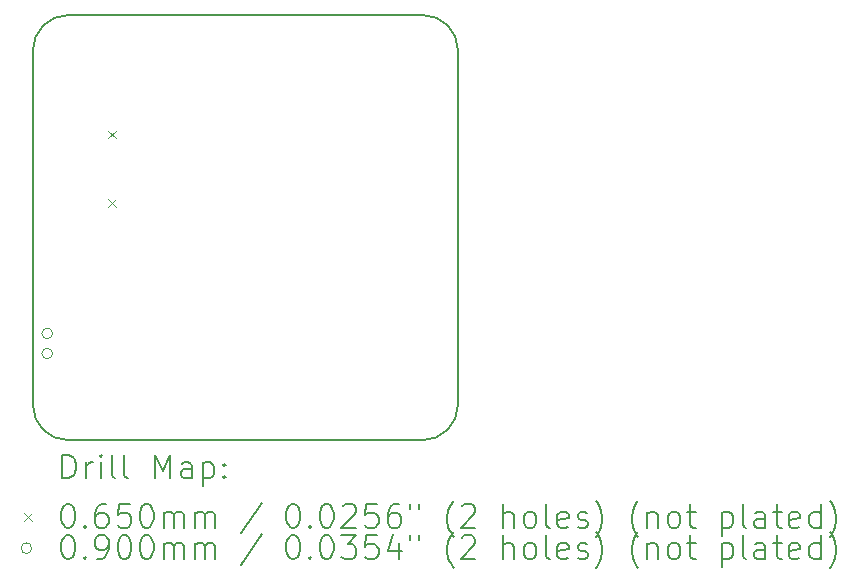
<source format=gbr>
%TF.GenerationSoftware,KiCad,Pcbnew,7.0.9*%
%TF.CreationDate,2023-11-16T22:51:06+08:00*%
%TF.ProjectId,NewSkyF7-Air,4e657753-6b79-4463-972d-4169722e6b69,rev?*%
%TF.SameCoordinates,Original*%
%TF.FileFunction,Drillmap*%
%TF.FilePolarity,Positive*%
%FSLAX45Y45*%
G04 Gerber Fmt 4.5, Leading zero omitted, Abs format (unit mm)*
G04 Created by KiCad (PCBNEW 7.0.9) date 2023-11-16 22:51:06*
%MOMM*%
%LPD*%
G01*
G04 APERTURE LIST*
%ADD10C,0.200000*%
%ADD11C,0.100000*%
G04 APERTURE END LIST*
D10*
X13679872Y-6610868D02*
G75*
G03*
X13379868Y-6310868I-300002J-2D01*
G01*
X13379868Y-9910868D02*
G75*
G03*
X13679868Y-9610868I2J299998D01*
G01*
X10379868Y-6310868D02*
X13379868Y-6310868D01*
X10379868Y-6310868D02*
G75*
G03*
X10079868Y-6610868I2J-300002D01*
G01*
X10379868Y-9910868D02*
X13379868Y-9910868D01*
X10079872Y-9610868D02*
G75*
G03*
X10379868Y-9910868I299998J-2D01*
G01*
X13679868Y-9610868D02*
X13679868Y-6610868D01*
X10079868Y-9610868D02*
X10079868Y-6610868D01*
D11*
X10718500Y-7291325D02*
X10783500Y-7356325D01*
X10783500Y-7291325D02*
X10718500Y-7356325D01*
X10718500Y-7869325D02*
X10783500Y-7934325D01*
X10783500Y-7869325D02*
X10718500Y-7934325D01*
X10246000Y-9007000D02*
G75*
G03*
X10246000Y-9007000I-45000J0D01*
G01*
X10246000Y-9177000D02*
G75*
G03*
X10246000Y-9177000I-45000J0D01*
G01*
D10*
X10330645Y-10232352D02*
X10330645Y-10032352D01*
X10330645Y-10032352D02*
X10378264Y-10032352D01*
X10378264Y-10032352D02*
X10406835Y-10041876D01*
X10406835Y-10041876D02*
X10425883Y-10060923D01*
X10425883Y-10060923D02*
X10435407Y-10079971D01*
X10435407Y-10079971D02*
X10444931Y-10118066D01*
X10444931Y-10118066D02*
X10444931Y-10146638D01*
X10444931Y-10146638D02*
X10435407Y-10184733D01*
X10435407Y-10184733D02*
X10425883Y-10203780D01*
X10425883Y-10203780D02*
X10406835Y-10222828D01*
X10406835Y-10222828D02*
X10378264Y-10232352D01*
X10378264Y-10232352D02*
X10330645Y-10232352D01*
X10530645Y-10232352D02*
X10530645Y-10099018D01*
X10530645Y-10137114D02*
X10540169Y-10118066D01*
X10540169Y-10118066D02*
X10549692Y-10108542D01*
X10549692Y-10108542D02*
X10568740Y-10099018D01*
X10568740Y-10099018D02*
X10587788Y-10099018D01*
X10654454Y-10232352D02*
X10654454Y-10099018D01*
X10654454Y-10032352D02*
X10644931Y-10041876D01*
X10644931Y-10041876D02*
X10654454Y-10051399D01*
X10654454Y-10051399D02*
X10663978Y-10041876D01*
X10663978Y-10041876D02*
X10654454Y-10032352D01*
X10654454Y-10032352D02*
X10654454Y-10051399D01*
X10778264Y-10232352D02*
X10759216Y-10222828D01*
X10759216Y-10222828D02*
X10749692Y-10203780D01*
X10749692Y-10203780D02*
X10749692Y-10032352D01*
X10883026Y-10232352D02*
X10863978Y-10222828D01*
X10863978Y-10222828D02*
X10854454Y-10203780D01*
X10854454Y-10203780D02*
X10854454Y-10032352D01*
X11111597Y-10232352D02*
X11111597Y-10032352D01*
X11111597Y-10032352D02*
X11178264Y-10175209D01*
X11178264Y-10175209D02*
X11244930Y-10032352D01*
X11244930Y-10032352D02*
X11244930Y-10232352D01*
X11425883Y-10232352D02*
X11425883Y-10127590D01*
X11425883Y-10127590D02*
X11416359Y-10108542D01*
X11416359Y-10108542D02*
X11397311Y-10099018D01*
X11397311Y-10099018D02*
X11359216Y-10099018D01*
X11359216Y-10099018D02*
X11340169Y-10108542D01*
X11425883Y-10222828D02*
X11406835Y-10232352D01*
X11406835Y-10232352D02*
X11359216Y-10232352D01*
X11359216Y-10232352D02*
X11340169Y-10222828D01*
X11340169Y-10222828D02*
X11330645Y-10203780D01*
X11330645Y-10203780D02*
X11330645Y-10184733D01*
X11330645Y-10184733D02*
X11340169Y-10165685D01*
X11340169Y-10165685D02*
X11359216Y-10156161D01*
X11359216Y-10156161D02*
X11406835Y-10156161D01*
X11406835Y-10156161D02*
X11425883Y-10146638D01*
X11521121Y-10099018D02*
X11521121Y-10299018D01*
X11521121Y-10108542D02*
X11540169Y-10099018D01*
X11540169Y-10099018D02*
X11578264Y-10099018D01*
X11578264Y-10099018D02*
X11597311Y-10108542D01*
X11597311Y-10108542D02*
X11606835Y-10118066D01*
X11606835Y-10118066D02*
X11616359Y-10137114D01*
X11616359Y-10137114D02*
X11616359Y-10194257D01*
X11616359Y-10194257D02*
X11606835Y-10213304D01*
X11606835Y-10213304D02*
X11597311Y-10222828D01*
X11597311Y-10222828D02*
X11578264Y-10232352D01*
X11578264Y-10232352D02*
X11540169Y-10232352D01*
X11540169Y-10232352D02*
X11521121Y-10222828D01*
X11702073Y-10213304D02*
X11711597Y-10222828D01*
X11711597Y-10222828D02*
X11702073Y-10232352D01*
X11702073Y-10232352D02*
X11692550Y-10222828D01*
X11692550Y-10222828D02*
X11702073Y-10213304D01*
X11702073Y-10213304D02*
X11702073Y-10232352D01*
X11702073Y-10108542D02*
X11711597Y-10118066D01*
X11711597Y-10118066D02*
X11702073Y-10127590D01*
X11702073Y-10127590D02*
X11692550Y-10118066D01*
X11692550Y-10118066D02*
X11702073Y-10108542D01*
X11702073Y-10108542D02*
X11702073Y-10127590D01*
D11*
X10004868Y-10528368D02*
X10069868Y-10593368D01*
X10069868Y-10528368D02*
X10004868Y-10593368D01*
D10*
X10368740Y-10452352D02*
X10387788Y-10452352D01*
X10387788Y-10452352D02*
X10406835Y-10461876D01*
X10406835Y-10461876D02*
X10416359Y-10471399D01*
X10416359Y-10471399D02*
X10425883Y-10490447D01*
X10425883Y-10490447D02*
X10435407Y-10528542D01*
X10435407Y-10528542D02*
X10435407Y-10576161D01*
X10435407Y-10576161D02*
X10425883Y-10614257D01*
X10425883Y-10614257D02*
X10416359Y-10633304D01*
X10416359Y-10633304D02*
X10406835Y-10642828D01*
X10406835Y-10642828D02*
X10387788Y-10652352D01*
X10387788Y-10652352D02*
X10368740Y-10652352D01*
X10368740Y-10652352D02*
X10349692Y-10642828D01*
X10349692Y-10642828D02*
X10340169Y-10633304D01*
X10340169Y-10633304D02*
X10330645Y-10614257D01*
X10330645Y-10614257D02*
X10321121Y-10576161D01*
X10321121Y-10576161D02*
X10321121Y-10528542D01*
X10321121Y-10528542D02*
X10330645Y-10490447D01*
X10330645Y-10490447D02*
X10340169Y-10471399D01*
X10340169Y-10471399D02*
X10349692Y-10461876D01*
X10349692Y-10461876D02*
X10368740Y-10452352D01*
X10521121Y-10633304D02*
X10530645Y-10642828D01*
X10530645Y-10642828D02*
X10521121Y-10652352D01*
X10521121Y-10652352D02*
X10511597Y-10642828D01*
X10511597Y-10642828D02*
X10521121Y-10633304D01*
X10521121Y-10633304D02*
X10521121Y-10652352D01*
X10702073Y-10452352D02*
X10663978Y-10452352D01*
X10663978Y-10452352D02*
X10644931Y-10461876D01*
X10644931Y-10461876D02*
X10635407Y-10471399D01*
X10635407Y-10471399D02*
X10616359Y-10499971D01*
X10616359Y-10499971D02*
X10606835Y-10538066D01*
X10606835Y-10538066D02*
X10606835Y-10614257D01*
X10606835Y-10614257D02*
X10616359Y-10633304D01*
X10616359Y-10633304D02*
X10625883Y-10642828D01*
X10625883Y-10642828D02*
X10644931Y-10652352D01*
X10644931Y-10652352D02*
X10683026Y-10652352D01*
X10683026Y-10652352D02*
X10702073Y-10642828D01*
X10702073Y-10642828D02*
X10711597Y-10633304D01*
X10711597Y-10633304D02*
X10721121Y-10614257D01*
X10721121Y-10614257D02*
X10721121Y-10566638D01*
X10721121Y-10566638D02*
X10711597Y-10547590D01*
X10711597Y-10547590D02*
X10702073Y-10538066D01*
X10702073Y-10538066D02*
X10683026Y-10528542D01*
X10683026Y-10528542D02*
X10644931Y-10528542D01*
X10644931Y-10528542D02*
X10625883Y-10538066D01*
X10625883Y-10538066D02*
X10616359Y-10547590D01*
X10616359Y-10547590D02*
X10606835Y-10566638D01*
X10902073Y-10452352D02*
X10806835Y-10452352D01*
X10806835Y-10452352D02*
X10797312Y-10547590D01*
X10797312Y-10547590D02*
X10806835Y-10538066D01*
X10806835Y-10538066D02*
X10825883Y-10528542D01*
X10825883Y-10528542D02*
X10873502Y-10528542D01*
X10873502Y-10528542D02*
X10892550Y-10538066D01*
X10892550Y-10538066D02*
X10902073Y-10547590D01*
X10902073Y-10547590D02*
X10911597Y-10566638D01*
X10911597Y-10566638D02*
X10911597Y-10614257D01*
X10911597Y-10614257D02*
X10902073Y-10633304D01*
X10902073Y-10633304D02*
X10892550Y-10642828D01*
X10892550Y-10642828D02*
X10873502Y-10652352D01*
X10873502Y-10652352D02*
X10825883Y-10652352D01*
X10825883Y-10652352D02*
X10806835Y-10642828D01*
X10806835Y-10642828D02*
X10797312Y-10633304D01*
X11035407Y-10452352D02*
X11054454Y-10452352D01*
X11054454Y-10452352D02*
X11073502Y-10461876D01*
X11073502Y-10461876D02*
X11083026Y-10471399D01*
X11083026Y-10471399D02*
X11092550Y-10490447D01*
X11092550Y-10490447D02*
X11102073Y-10528542D01*
X11102073Y-10528542D02*
X11102073Y-10576161D01*
X11102073Y-10576161D02*
X11092550Y-10614257D01*
X11092550Y-10614257D02*
X11083026Y-10633304D01*
X11083026Y-10633304D02*
X11073502Y-10642828D01*
X11073502Y-10642828D02*
X11054454Y-10652352D01*
X11054454Y-10652352D02*
X11035407Y-10652352D01*
X11035407Y-10652352D02*
X11016359Y-10642828D01*
X11016359Y-10642828D02*
X11006835Y-10633304D01*
X11006835Y-10633304D02*
X10997312Y-10614257D01*
X10997312Y-10614257D02*
X10987788Y-10576161D01*
X10987788Y-10576161D02*
X10987788Y-10528542D01*
X10987788Y-10528542D02*
X10997312Y-10490447D01*
X10997312Y-10490447D02*
X11006835Y-10471399D01*
X11006835Y-10471399D02*
X11016359Y-10461876D01*
X11016359Y-10461876D02*
X11035407Y-10452352D01*
X11187788Y-10652352D02*
X11187788Y-10519018D01*
X11187788Y-10538066D02*
X11197311Y-10528542D01*
X11197311Y-10528542D02*
X11216359Y-10519018D01*
X11216359Y-10519018D02*
X11244931Y-10519018D01*
X11244931Y-10519018D02*
X11263978Y-10528542D01*
X11263978Y-10528542D02*
X11273502Y-10547590D01*
X11273502Y-10547590D02*
X11273502Y-10652352D01*
X11273502Y-10547590D02*
X11283026Y-10528542D01*
X11283026Y-10528542D02*
X11302073Y-10519018D01*
X11302073Y-10519018D02*
X11330645Y-10519018D01*
X11330645Y-10519018D02*
X11349692Y-10528542D01*
X11349692Y-10528542D02*
X11359216Y-10547590D01*
X11359216Y-10547590D02*
X11359216Y-10652352D01*
X11454454Y-10652352D02*
X11454454Y-10519018D01*
X11454454Y-10538066D02*
X11463978Y-10528542D01*
X11463978Y-10528542D02*
X11483026Y-10519018D01*
X11483026Y-10519018D02*
X11511597Y-10519018D01*
X11511597Y-10519018D02*
X11530645Y-10528542D01*
X11530645Y-10528542D02*
X11540169Y-10547590D01*
X11540169Y-10547590D02*
X11540169Y-10652352D01*
X11540169Y-10547590D02*
X11549692Y-10528542D01*
X11549692Y-10528542D02*
X11568740Y-10519018D01*
X11568740Y-10519018D02*
X11597311Y-10519018D01*
X11597311Y-10519018D02*
X11616359Y-10528542D01*
X11616359Y-10528542D02*
X11625883Y-10547590D01*
X11625883Y-10547590D02*
X11625883Y-10652352D01*
X12016359Y-10442828D02*
X11844931Y-10699971D01*
X12273502Y-10452352D02*
X12292550Y-10452352D01*
X12292550Y-10452352D02*
X12311597Y-10461876D01*
X12311597Y-10461876D02*
X12321121Y-10471399D01*
X12321121Y-10471399D02*
X12330645Y-10490447D01*
X12330645Y-10490447D02*
X12340169Y-10528542D01*
X12340169Y-10528542D02*
X12340169Y-10576161D01*
X12340169Y-10576161D02*
X12330645Y-10614257D01*
X12330645Y-10614257D02*
X12321121Y-10633304D01*
X12321121Y-10633304D02*
X12311597Y-10642828D01*
X12311597Y-10642828D02*
X12292550Y-10652352D01*
X12292550Y-10652352D02*
X12273502Y-10652352D01*
X12273502Y-10652352D02*
X12254454Y-10642828D01*
X12254454Y-10642828D02*
X12244931Y-10633304D01*
X12244931Y-10633304D02*
X12235407Y-10614257D01*
X12235407Y-10614257D02*
X12225883Y-10576161D01*
X12225883Y-10576161D02*
X12225883Y-10528542D01*
X12225883Y-10528542D02*
X12235407Y-10490447D01*
X12235407Y-10490447D02*
X12244931Y-10471399D01*
X12244931Y-10471399D02*
X12254454Y-10461876D01*
X12254454Y-10461876D02*
X12273502Y-10452352D01*
X12425883Y-10633304D02*
X12435407Y-10642828D01*
X12435407Y-10642828D02*
X12425883Y-10652352D01*
X12425883Y-10652352D02*
X12416359Y-10642828D01*
X12416359Y-10642828D02*
X12425883Y-10633304D01*
X12425883Y-10633304D02*
X12425883Y-10652352D01*
X12559216Y-10452352D02*
X12578264Y-10452352D01*
X12578264Y-10452352D02*
X12597312Y-10461876D01*
X12597312Y-10461876D02*
X12606835Y-10471399D01*
X12606835Y-10471399D02*
X12616359Y-10490447D01*
X12616359Y-10490447D02*
X12625883Y-10528542D01*
X12625883Y-10528542D02*
X12625883Y-10576161D01*
X12625883Y-10576161D02*
X12616359Y-10614257D01*
X12616359Y-10614257D02*
X12606835Y-10633304D01*
X12606835Y-10633304D02*
X12597312Y-10642828D01*
X12597312Y-10642828D02*
X12578264Y-10652352D01*
X12578264Y-10652352D02*
X12559216Y-10652352D01*
X12559216Y-10652352D02*
X12540169Y-10642828D01*
X12540169Y-10642828D02*
X12530645Y-10633304D01*
X12530645Y-10633304D02*
X12521121Y-10614257D01*
X12521121Y-10614257D02*
X12511597Y-10576161D01*
X12511597Y-10576161D02*
X12511597Y-10528542D01*
X12511597Y-10528542D02*
X12521121Y-10490447D01*
X12521121Y-10490447D02*
X12530645Y-10471399D01*
X12530645Y-10471399D02*
X12540169Y-10461876D01*
X12540169Y-10461876D02*
X12559216Y-10452352D01*
X12702074Y-10471399D02*
X12711597Y-10461876D01*
X12711597Y-10461876D02*
X12730645Y-10452352D01*
X12730645Y-10452352D02*
X12778264Y-10452352D01*
X12778264Y-10452352D02*
X12797312Y-10461876D01*
X12797312Y-10461876D02*
X12806835Y-10471399D01*
X12806835Y-10471399D02*
X12816359Y-10490447D01*
X12816359Y-10490447D02*
X12816359Y-10509495D01*
X12816359Y-10509495D02*
X12806835Y-10538066D01*
X12806835Y-10538066D02*
X12692550Y-10652352D01*
X12692550Y-10652352D02*
X12816359Y-10652352D01*
X12997312Y-10452352D02*
X12902074Y-10452352D01*
X12902074Y-10452352D02*
X12892550Y-10547590D01*
X12892550Y-10547590D02*
X12902074Y-10538066D01*
X12902074Y-10538066D02*
X12921121Y-10528542D01*
X12921121Y-10528542D02*
X12968740Y-10528542D01*
X12968740Y-10528542D02*
X12987788Y-10538066D01*
X12987788Y-10538066D02*
X12997312Y-10547590D01*
X12997312Y-10547590D02*
X13006835Y-10566638D01*
X13006835Y-10566638D02*
X13006835Y-10614257D01*
X13006835Y-10614257D02*
X12997312Y-10633304D01*
X12997312Y-10633304D02*
X12987788Y-10642828D01*
X12987788Y-10642828D02*
X12968740Y-10652352D01*
X12968740Y-10652352D02*
X12921121Y-10652352D01*
X12921121Y-10652352D02*
X12902074Y-10642828D01*
X12902074Y-10642828D02*
X12892550Y-10633304D01*
X13178264Y-10452352D02*
X13140169Y-10452352D01*
X13140169Y-10452352D02*
X13121121Y-10461876D01*
X13121121Y-10461876D02*
X13111597Y-10471399D01*
X13111597Y-10471399D02*
X13092550Y-10499971D01*
X13092550Y-10499971D02*
X13083026Y-10538066D01*
X13083026Y-10538066D02*
X13083026Y-10614257D01*
X13083026Y-10614257D02*
X13092550Y-10633304D01*
X13092550Y-10633304D02*
X13102074Y-10642828D01*
X13102074Y-10642828D02*
X13121121Y-10652352D01*
X13121121Y-10652352D02*
X13159216Y-10652352D01*
X13159216Y-10652352D02*
X13178264Y-10642828D01*
X13178264Y-10642828D02*
X13187788Y-10633304D01*
X13187788Y-10633304D02*
X13197312Y-10614257D01*
X13197312Y-10614257D02*
X13197312Y-10566638D01*
X13197312Y-10566638D02*
X13187788Y-10547590D01*
X13187788Y-10547590D02*
X13178264Y-10538066D01*
X13178264Y-10538066D02*
X13159216Y-10528542D01*
X13159216Y-10528542D02*
X13121121Y-10528542D01*
X13121121Y-10528542D02*
X13102074Y-10538066D01*
X13102074Y-10538066D02*
X13092550Y-10547590D01*
X13092550Y-10547590D02*
X13083026Y-10566638D01*
X13273502Y-10452352D02*
X13273502Y-10490447D01*
X13349693Y-10452352D02*
X13349693Y-10490447D01*
X13644931Y-10728542D02*
X13635407Y-10719018D01*
X13635407Y-10719018D02*
X13616359Y-10690447D01*
X13616359Y-10690447D02*
X13606836Y-10671399D01*
X13606836Y-10671399D02*
X13597312Y-10642828D01*
X13597312Y-10642828D02*
X13587788Y-10595209D01*
X13587788Y-10595209D02*
X13587788Y-10557114D01*
X13587788Y-10557114D02*
X13597312Y-10509495D01*
X13597312Y-10509495D02*
X13606836Y-10480923D01*
X13606836Y-10480923D02*
X13616359Y-10461876D01*
X13616359Y-10461876D02*
X13635407Y-10433304D01*
X13635407Y-10433304D02*
X13644931Y-10423780D01*
X13711597Y-10471399D02*
X13721121Y-10461876D01*
X13721121Y-10461876D02*
X13740169Y-10452352D01*
X13740169Y-10452352D02*
X13787788Y-10452352D01*
X13787788Y-10452352D02*
X13806836Y-10461876D01*
X13806836Y-10461876D02*
X13816359Y-10471399D01*
X13816359Y-10471399D02*
X13825883Y-10490447D01*
X13825883Y-10490447D02*
X13825883Y-10509495D01*
X13825883Y-10509495D02*
X13816359Y-10538066D01*
X13816359Y-10538066D02*
X13702074Y-10652352D01*
X13702074Y-10652352D02*
X13825883Y-10652352D01*
X14063978Y-10652352D02*
X14063978Y-10452352D01*
X14149693Y-10652352D02*
X14149693Y-10547590D01*
X14149693Y-10547590D02*
X14140169Y-10528542D01*
X14140169Y-10528542D02*
X14121121Y-10519018D01*
X14121121Y-10519018D02*
X14092550Y-10519018D01*
X14092550Y-10519018D02*
X14073502Y-10528542D01*
X14073502Y-10528542D02*
X14063978Y-10538066D01*
X14273502Y-10652352D02*
X14254455Y-10642828D01*
X14254455Y-10642828D02*
X14244931Y-10633304D01*
X14244931Y-10633304D02*
X14235407Y-10614257D01*
X14235407Y-10614257D02*
X14235407Y-10557114D01*
X14235407Y-10557114D02*
X14244931Y-10538066D01*
X14244931Y-10538066D02*
X14254455Y-10528542D01*
X14254455Y-10528542D02*
X14273502Y-10519018D01*
X14273502Y-10519018D02*
X14302074Y-10519018D01*
X14302074Y-10519018D02*
X14321121Y-10528542D01*
X14321121Y-10528542D02*
X14330645Y-10538066D01*
X14330645Y-10538066D02*
X14340169Y-10557114D01*
X14340169Y-10557114D02*
X14340169Y-10614257D01*
X14340169Y-10614257D02*
X14330645Y-10633304D01*
X14330645Y-10633304D02*
X14321121Y-10642828D01*
X14321121Y-10642828D02*
X14302074Y-10652352D01*
X14302074Y-10652352D02*
X14273502Y-10652352D01*
X14454455Y-10652352D02*
X14435407Y-10642828D01*
X14435407Y-10642828D02*
X14425883Y-10623780D01*
X14425883Y-10623780D02*
X14425883Y-10452352D01*
X14606836Y-10642828D02*
X14587788Y-10652352D01*
X14587788Y-10652352D02*
X14549693Y-10652352D01*
X14549693Y-10652352D02*
X14530645Y-10642828D01*
X14530645Y-10642828D02*
X14521121Y-10623780D01*
X14521121Y-10623780D02*
X14521121Y-10547590D01*
X14521121Y-10547590D02*
X14530645Y-10528542D01*
X14530645Y-10528542D02*
X14549693Y-10519018D01*
X14549693Y-10519018D02*
X14587788Y-10519018D01*
X14587788Y-10519018D02*
X14606836Y-10528542D01*
X14606836Y-10528542D02*
X14616359Y-10547590D01*
X14616359Y-10547590D02*
X14616359Y-10566638D01*
X14616359Y-10566638D02*
X14521121Y-10585685D01*
X14692550Y-10642828D02*
X14711598Y-10652352D01*
X14711598Y-10652352D02*
X14749693Y-10652352D01*
X14749693Y-10652352D02*
X14768740Y-10642828D01*
X14768740Y-10642828D02*
X14778264Y-10623780D01*
X14778264Y-10623780D02*
X14778264Y-10614257D01*
X14778264Y-10614257D02*
X14768740Y-10595209D01*
X14768740Y-10595209D02*
X14749693Y-10585685D01*
X14749693Y-10585685D02*
X14721121Y-10585685D01*
X14721121Y-10585685D02*
X14702074Y-10576161D01*
X14702074Y-10576161D02*
X14692550Y-10557114D01*
X14692550Y-10557114D02*
X14692550Y-10547590D01*
X14692550Y-10547590D02*
X14702074Y-10528542D01*
X14702074Y-10528542D02*
X14721121Y-10519018D01*
X14721121Y-10519018D02*
X14749693Y-10519018D01*
X14749693Y-10519018D02*
X14768740Y-10528542D01*
X14844931Y-10728542D02*
X14854455Y-10719018D01*
X14854455Y-10719018D02*
X14873502Y-10690447D01*
X14873502Y-10690447D02*
X14883026Y-10671399D01*
X14883026Y-10671399D02*
X14892550Y-10642828D01*
X14892550Y-10642828D02*
X14902074Y-10595209D01*
X14902074Y-10595209D02*
X14902074Y-10557114D01*
X14902074Y-10557114D02*
X14892550Y-10509495D01*
X14892550Y-10509495D02*
X14883026Y-10480923D01*
X14883026Y-10480923D02*
X14873502Y-10461876D01*
X14873502Y-10461876D02*
X14854455Y-10433304D01*
X14854455Y-10433304D02*
X14844931Y-10423780D01*
X15206836Y-10728542D02*
X15197312Y-10719018D01*
X15197312Y-10719018D02*
X15178264Y-10690447D01*
X15178264Y-10690447D02*
X15168740Y-10671399D01*
X15168740Y-10671399D02*
X15159217Y-10642828D01*
X15159217Y-10642828D02*
X15149693Y-10595209D01*
X15149693Y-10595209D02*
X15149693Y-10557114D01*
X15149693Y-10557114D02*
X15159217Y-10509495D01*
X15159217Y-10509495D02*
X15168740Y-10480923D01*
X15168740Y-10480923D02*
X15178264Y-10461876D01*
X15178264Y-10461876D02*
X15197312Y-10433304D01*
X15197312Y-10433304D02*
X15206836Y-10423780D01*
X15283026Y-10519018D02*
X15283026Y-10652352D01*
X15283026Y-10538066D02*
X15292550Y-10528542D01*
X15292550Y-10528542D02*
X15311598Y-10519018D01*
X15311598Y-10519018D02*
X15340169Y-10519018D01*
X15340169Y-10519018D02*
X15359217Y-10528542D01*
X15359217Y-10528542D02*
X15368740Y-10547590D01*
X15368740Y-10547590D02*
X15368740Y-10652352D01*
X15492550Y-10652352D02*
X15473502Y-10642828D01*
X15473502Y-10642828D02*
X15463979Y-10633304D01*
X15463979Y-10633304D02*
X15454455Y-10614257D01*
X15454455Y-10614257D02*
X15454455Y-10557114D01*
X15454455Y-10557114D02*
X15463979Y-10538066D01*
X15463979Y-10538066D02*
X15473502Y-10528542D01*
X15473502Y-10528542D02*
X15492550Y-10519018D01*
X15492550Y-10519018D02*
X15521121Y-10519018D01*
X15521121Y-10519018D02*
X15540169Y-10528542D01*
X15540169Y-10528542D02*
X15549693Y-10538066D01*
X15549693Y-10538066D02*
X15559217Y-10557114D01*
X15559217Y-10557114D02*
X15559217Y-10614257D01*
X15559217Y-10614257D02*
X15549693Y-10633304D01*
X15549693Y-10633304D02*
X15540169Y-10642828D01*
X15540169Y-10642828D02*
X15521121Y-10652352D01*
X15521121Y-10652352D02*
X15492550Y-10652352D01*
X15616360Y-10519018D02*
X15692550Y-10519018D01*
X15644931Y-10452352D02*
X15644931Y-10623780D01*
X15644931Y-10623780D02*
X15654455Y-10642828D01*
X15654455Y-10642828D02*
X15673502Y-10652352D01*
X15673502Y-10652352D02*
X15692550Y-10652352D01*
X15911598Y-10519018D02*
X15911598Y-10719018D01*
X15911598Y-10528542D02*
X15930645Y-10519018D01*
X15930645Y-10519018D02*
X15968741Y-10519018D01*
X15968741Y-10519018D02*
X15987788Y-10528542D01*
X15987788Y-10528542D02*
X15997312Y-10538066D01*
X15997312Y-10538066D02*
X16006836Y-10557114D01*
X16006836Y-10557114D02*
X16006836Y-10614257D01*
X16006836Y-10614257D02*
X15997312Y-10633304D01*
X15997312Y-10633304D02*
X15987788Y-10642828D01*
X15987788Y-10642828D02*
X15968741Y-10652352D01*
X15968741Y-10652352D02*
X15930645Y-10652352D01*
X15930645Y-10652352D02*
X15911598Y-10642828D01*
X16121121Y-10652352D02*
X16102074Y-10642828D01*
X16102074Y-10642828D02*
X16092550Y-10623780D01*
X16092550Y-10623780D02*
X16092550Y-10452352D01*
X16283026Y-10652352D02*
X16283026Y-10547590D01*
X16283026Y-10547590D02*
X16273502Y-10528542D01*
X16273502Y-10528542D02*
X16254455Y-10519018D01*
X16254455Y-10519018D02*
X16216360Y-10519018D01*
X16216360Y-10519018D02*
X16197312Y-10528542D01*
X16283026Y-10642828D02*
X16263979Y-10652352D01*
X16263979Y-10652352D02*
X16216360Y-10652352D01*
X16216360Y-10652352D02*
X16197312Y-10642828D01*
X16197312Y-10642828D02*
X16187788Y-10623780D01*
X16187788Y-10623780D02*
X16187788Y-10604733D01*
X16187788Y-10604733D02*
X16197312Y-10585685D01*
X16197312Y-10585685D02*
X16216360Y-10576161D01*
X16216360Y-10576161D02*
X16263979Y-10576161D01*
X16263979Y-10576161D02*
X16283026Y-10566638D01*
X16349693Y-10519018D02*
X16425883Y-10519018D01*
X16378264Y-10452352D02*
X16378264Y-10623780D01*
X16378264Y-10623780D02*
X16387788Y-10642828D01*
X16387788Y-10642828D02*
X16406836Y-10652352D01*
X16406836Y-10652352D02*
X16425883Y-10652352D01*
X16568741Y-10642828D02*
X16549693Y-10652352D01*
X16549693Y-10652352D02*
X16511598Y-10652352D01*
X16511598Y-10652352D02*
X16492550Y-10642828D01*
X16492550Y-10642828D02*
X16483026Y-10623780D01*
X16483026Y-10623780D02*
X16483026Y-10547590D01*
X16483026Y-10547590D02*
X16492550Y-10528542D01*
X16492550Y-10528542D02*
X16511598Y-10519018D01*
X16511598Y-10519018D02*
X16549693Y-10519018D01*
X16549693Y-10519018D02*
X16568741Y-10528542D01*
X16568741Y-10528542D02*
X16578264Y-10547590D01*
X16578264Y-10547590D02*
X16578264Y-10566638D01*
X16578264Y-10566638D02*
X16483026Y-10585685D01*
X16749693Y-10652352D02*
X16749693Y-10452352D01*
X16749693Y-10642828D02*
X16730645Y-10652352D01*
X16730645Y-10652352D02*
X16692550Y-10652352D01*
X16692550Y-10652352D02*
X16673502Y-10642828D01*
X16673502Y-10642828D02*
X16663979Y-10633304D01*
X16663979Y-10633304D02*
X16654455Y-10614257D01*
X16654455Y-10614257D02*
X16654455Y-10557114D01*
X16654455Y-10557114D02*
X16663979Y-10538066D01*
X16663979Y-10538066D02*
X16673502Y-10528542D01*
X16673502Y-10528542D02*
X16692550Y-10519018D01*
X16692550Y-10519018D02*
X16730645Y-10519018D01*
X16730645Y-10519018D02*
X16749693Y-10528542D01*
X16825884Y-10728542D02*
X16835407Y-10719018D01*
X16835407Y-10719018D02*
X16854455Y-10690447D01*
X16854455Y-10690447D02*
X16863979Y-10671399D01*
X16863979Y-10671399D02*
X16873503Y-10642828D01*
X16873503Y-10642828D02*
X16883026Y-10595209D01*
X16883026Y-10595209D02*
X16883026Y-10557114D01*
X16883026Y-10557114D02*
X16873503Y-10509495D01*
X16873503Y-10509495D02*
X16863979Y-10480923D01*
X16863979Y-10480923D02*
X16854455Y-10461876D01*
X16854455Y-10461876D02*
X16835407Y-10433304D01*
X16835407Y-10433304D02*
X16825884Y-10423780D01*
D11*
X10069868Y-10824868D02*
G75*
G03*
X10069868Y-10824868I-45000J0D01*
G01*
D10*
X10368740Y-10716352D02*
X10387788Y-10716352D01*
X10387788Y-10716352D02*
X10406835Y-10725876D01*
X10406835Y-10725876D02*
X10416359Y-10735399D01*
X10416359Y-10735399D02*
X10425883Y-10754447D01*
X10425883Y-10754447D02*
X10435407Y-10792542D01*
X10435407Y-10792542D02*
X10435407Y-10840161D01*
X10435407Y-10840161D02*
X10425883Y-10878257D01*
X10425883Y-10878257D02*
X10416359Y-10897304D01*
X10416359Y-10897304D02*
X10406835Y-10906828D01*
X10406835Y-10906828D02*
X10387788Y-10916352D01*
X10387788Y-10916352D02*
X10368740Y-10916352D01*
X10368740Y-10916352D02*
X10349692Y-10906828D01*
X10349692Y-10906828D02*
X10340169Y-10897304D01*
X10340169Y-10897304D02*
X10330645Y-10878257D01*
X10330645Y-10878257D02*
X10321121Y-10840161D01*
X10321121Y-10840161D02*
X10321121Y-10792542D01*
X10321121Y-10792542D02*
X10330645Y-10754447D01*
X10330645Y-10754447D02*
X10340169Y-10735399D01*
X10340169Y-10735399D02*
X10349692Y-10725876D01*
X10349692Y-10725876D02*
X10368740Y-10716352D01*
X10521121Y-10897304D02*
X10530645Y-10906828D01*
X10530645Y-10906828D02*
X10521121Y-10916352D01*
X10521121Y-10916352D02*
X10511597Y-10906828D01*
X10511597Y-10906828D02*
X10521121Y-10897304D01*
X10521121Y-10897304D02*
X10521121Y-10916352D01*
X10625883Y-10916352D02*
X10663978Y-10916352D01*
X10663978Y-10916352D02*
X10683026Y-10906828D01*
X10683026Y-10906828D02*
X10692550Y-10897304D01*
X10692550Y-10897304D02*
X10711597Y-10868733D01*
X10711597Y-10868733D02*
X10721121Y-10830638D01*
X10721121Y-10830638D02*
X10721121Y-10754447D01*
X10721121Y-10754447D02*
X10711597Y-10735399D01*
X10711597Y-10735399D02*
X10702073Y-10725876D01*
X10702073Y-10725876D02*
X10683026Y-10716352D01*
X10683026Y-10716352D02*
X10644931Y-10716352D01*
X10644931Y-10716352D02*
X10625883Y-10725876D01*
X10625883Y-10725876D02*
X10616359Y-10735399D01*
X10616359Y-10735399D02*
X10606835Y-10754447D01*
X10606835Y-10754447D02*
X10606835Y-10802066D01*
X10606835Y-10802066D02*
X10616359Y-10821114D01*
X10616359Y-10821114D02*
X10625883Y-10830638D01*
X10625883Y-10830638D02*
X10644931Y-10840161D01*
X10644931Y-10840161D02*
X10683026Y-10840161D01*
X10683026Y-10840161D02*
X10702073Y-10830638D01*
X10702073Y-10830638D02*
X10711597Y-10821114D01*
X10711597Y-10821114D02*
X10721121Y-10802066D01*
X10844931Y-10716352D02*
X10863978Y-10716352D01*
X10863978Y-10716352D02*
X10883026Y-10725876D01*
X10883026Y-10725876D02*
X10892550Y-10735399D01*
X10892550Y-10735399D02*
X10902073Y-10754447D01*
X10902073Y-10754447D02*
X10911597Y-10792542D01*
X10911597Y-10792542D02*
X10911597Y-10840161D01*
X10911597Y-10840161D02*
X10902073Y-10878257D01*
X10902073Y-10878257D02*
X10892550Y-10897304D01*
X10892550Y-10897304D02*
X10883026Y-10906828D01*
X10883026Y-10906828D02*
X10863978Y-10916352D01*
X10863978Y-10916352D02*
X10844931Y-10916352D01*
X10844931Y-10916352D02*
X10825883Y-10906828D01*
X10825883Y-10906828D02*
X10816359Y-10897304D01*
X10816359Y-10897304D02*
X10806835Y-10878257D01*
X10806835Y-10878257D02*
X10797312Y-10840161D01*
X10797312Y-10840161D02*
X10797312Y-10792542D01*
X10797312Y-10792542D02*
X10806835Y-10754447D01*
X10806835Y-10754447D02*
X10816359Y-10735399D01*
X10816359Y-10735399D02*
X10825883Y-10725876D01*
X10825883Y-10725876D02*
X10844931Y-10716352D01*
X11035407Y-10716352D02*
X11054454Y-10716352D01*
X11054454Y-10716352D02*
X11073502Y-10725876D01*
X11073502Y-10725876D02*
X11083026Y-10735399D01*
X11083026Y-10735399D02*
X11092550Y-10754447D01*
X11092550Y-10754447D02*
X11102073Y-10792542D01*
X11102073Y-10792542D02*
X11102073Y-10840161D01*
X11102073Y-10840161D02*
X11092550Y-10878257D01*
X11092550Y-10878257D02*
X11083026Y-10897304D01*
X11083026Y-10897304D02*
X11073502Y-10906828D01*
X11073502Y-10906828D02*
X11054454Y-10916352D01*
X11054454Y-10916352D02*
X11035407Y-10916352D01*
X11035407Y-10916352D02*
X11016359Y-10906828D01*
X11016359Y-10906828D02*
X11006835Y-10897304D01*
X11006835Y-10897304D02*
X10997312Y-10878257D01*
X10997312Y-10878257D02*
X10987788Y-10840161D01*
X10987788Y-10840161D02*
X10987788Y-10792542D01*
X10987788Y-10792542D02*
X10997312Y-10754447D01*
X10997312Y-10754447D02*
X11006835Y-10735399D01*
X11006835Y-10735399D02*
X11016359Y-10725876D01*
X11016359Y-10725876D02*
X11035407Y-10716352D01*
X11187788Y-10916352D02*
X11187788Y-10783018D01*
X11187788Y-10802066D02*
X11197311Y-10792542D01*
X11197311Y-10792542D02*
X11216359Y-10783018D01*
X11216359Y-10783018D02*
X11244931Y-10783018D01*
X11244931Y-10783018D02*
X11263978Y-10792542D01*
X11263978Y-10792542D02*
X11273502Y-10811590D01*
X11273502Y-10811590D02*
X11273502Y-10916352D01*
X11273502Y-10811590D02*
X11283026Y-10792542D01*
X11283026Y-10792542D02*
X11302073Y-10783018D01*
X11302073Y-10783018D02*
X11330645Y-10783018D01*
X11330645Y-10783018D02*
X11349692Y-10792542D01*
X11349692Y-10792542D02*
X11359216Y-10811590D01*
X11359216Y-10811590D02*
X11359216Y-10916352D01*
X11454454Y-10916352D02*
X11454454Y-10783018D01*
X11454454Y-10802066D02*
X11463978Y-10792542D01*
X11463978Y-10792542D02*
X11483026Y-10783018D01*
X11483026Y-10783018D02*
X11511597Y-10783018D01*
X11511597Y-10783018D02*
X11530645Y-10792542D01*
X11530645Y-10792542D02*
X11540169Y-10811590D01*
X11540169Y-10811590D02*
X11540169Y-10916352D01*
X11540169Y-10811590D02*
X11549692Y-10792542D01*
X11549692Y-10792542D02*
X11568740Y-10783018D01*
X11568740Y-10783018D02*
X11597311Y-10783018D01*
X11597311Y-10783018D02*
X11616359Y-10792542D01*
X11616359Y-10792542D02*
X11625883Y-10811590D01*
X11625883Y-10811590D02*
X11625883Y-10916352D01*
X12016359Y-10706828D02*
X11844931Y-10963971D01*
X12273502Y-10716352D02*
X12292550Y-10716352D01*
X12292550Y-10716352D02*
X12311597Y-10725876D01*
X12311597Y-10725876D02*
X12321121Y-10735399D01*
X12321121Y-10735399D02*
X12330645Y-10754447D01*
X12330645Y-10754447D02*
X12340169Y-10792542D01*
X12340169Y-10792542D02*
X12340169Y-10840161D01*
X12340169Y-10840161D02*
X12330645Y-10878257D01*
X12330645Y-10878257D02*
X12321121Y-10897304D01*
X12321121Y-10897304D02*
X12311597Y-10906828D01*
X12311597Y-10906828D02*
X12292550Y-10916352D01*
X12292550Y-10916352D02*
X12273502Y-10916352D01*
X12273502Y-10916352D02*
X12254454Y-10906828D01*
X12254454Y-10906828D02*
X12244931Y-10897304D01*
X12244931Y-10897304D02*
X12235407Y-10878257D01*
X12235407Y-10878257D02*
X12225883Y-10840161D01*
X12225883Y-10840161D02*
X12225883Y-10792542D01*
X12225883Y-10792542D02*
X12235407Y-10754447D01*
X12235407Y-10754447D02*
X12244931Y-10735399D01*
X12244931Y-10735399D02*
X12254454Y-10725876D01*
X12254454Y-10725876D02*
X12273502Y-10716352D01*
X12425883Y-10897304D02*
X12435407Y-10906828D01*
X12435407Y-10906828D02*
X12425883Y-10916352D01*
X12425883Y-10916352D02*
X12416359Y-10906828D01*
X12416359Y-10906828D02*
X12425883Y-10897304D01*
X12425883Y-10897304D02*
X12425883Y-10916352D01*
X12559216Y-10716352D02*
X12578264Y-10716352D01*
X12578264Y-10716352D02*
X12597312Y-10725876D01*
X12597312Y-10725876D02*
X12606835Y-10735399D01*
X12606835Y-10735399D02*
X12616359Y-10754447D01*
X12616359Y-10754447D02*
X12625883Y-10792542D01*
X12625883Y-10792542D02*
X12625883Y-10840161D01*
X12625883Y-10840161D02*
X12616359Y-10878257D01*
X12616359Y-10878257D02*
X12606835Y-10897304D01*
X12606835Y-10897304D02*
X12597312Y-10906828D01*
X12597312Y-10906828D02*
X12578264Y-10916352D01*
X12578264Y-10916352D02*
X12559216Y-10916352D01*
X12559216Y-10916352D02*
X12540169Y-10906828D01*
X12540169Y-10906828D02*
X12530645Y-10897304D01*
X12530645Y-10897304D02*
X12521121Y-10878257D01*
X12521121Y-10878257D02*
X12511597Y-10840161D01*
X12511597Y-10840161D02*
X12511597Y-10792542D01*
X12511597Y-10792542D02*
X12521121Y-10754447D01*
X12521121Y-10754447D02*
X12530645Y-10735399D01*
X12530645Y-10735399D02*
X12540169Y-10725876D01*
X12540169Y-10725876D02*
X12559216Y-10716352D01*
X12692550Y-10716352D02*
X12816359Y-10716352D01*
X12816359Y-10716352D02*
X12749693Y-10792542D01*
X12749693Y-10792542D02*
X12778264Y-10792542D01*
X12778264Y-10792542D02*
X12797312Y-10802066D01*
X12797312Y-10802066D02*
X12806835Y-10811590D01*
X12806835Y-10811590D02*
X12816359Y-10830638D01*
X12816359Y-10830638D02*
X12816359Y-10878257D01*
X12816359Y-10878257D02*
X12806835Y-10897304D01*
X12806835Y-10897304D02*
X12797312Y-10906828D01*
X12797312Y-10906828D02*
X12778264Y-10916352D01*
X12778264Y-10916352D02*
X12721121Y-10916352D01*
X12721121Y-10916352D02*
X12702074Y-10906828D01*
X12702074Y-10906828D02*
X12692550Y-10897304D01*
X12997312Y-10716352D02*
X12902074Y-10716352D01*
X12902074Y-10716352D02*
X12892550Y-10811590D01*
X12892550Y-10811590D02*
X12902074Y-10802066D01*
X12902074Y-10802066D02*
X12921121Y-10792542D01*
X12921121Y-10792542D02*
X12968740Y-10792542D01*
X12968740Y-10792542D02*
X12987788Y-10802066D01*
X12987788Y-10802066D02*
X12997312Y-10811590D01*
X12997312Y-10811590D02*
X13006835Y-10830638D01*
X13006835Y-10830638D02*
X13006835Y-10878257D01*
X13006835Y-10878257D02*
X12997312Y-10897304D01*
X12997312Y-10897304D02*
X12987788Y-10906828D01*
X12987788Y-10906828D02*
X12968740Y-10916352D01*
X12968740Y-10916352D02*
X12921121Y-10916352D01*
X12921121Y-10916352D02*
X12902074Y-10906828D01*
X12902074Y-10906828D02*
X12892550Y-10897304D01*
X13178264Y-10783018D02*
X13178264Y-10916352D01*
X13130645Y-10706828D02*
X13083026Y-10849685D01*
X13083026Y-10849685D02*
X13206835Y-10849685D01*
X13273502Y-10716352D02*
X13273502Y-10754447D01*
X13349693Y-10716352D02*
X13349693Y-10754447D01*
X13644931Y-10992542D02*
X13635407Y-10983018D01*
X13635407Y-10983018D02*
X13616359Y-10954447D01*
X13616359Y-10954447D02*
X13606836Y-10935399D01*
X13606836Y-10935399D02*
X13597312Y-10906828D01*
X13597312Y-10906828D02*
X13587788Y-10859209D01*
X13587788Y-10859209D02*
X13587788Y-10821114D01*
X13587788Y-10821114D02*
X13597312Y-10773495D01*
X13597312Y-10773495D02*
X13606836Y-10744923D01*
X13606836Y-10744923D02*
X13616359Y-10725876D01*
X13616359Y-10725876D02*
X13635407Y-10697304D01*
X13635407Y-10697304D02*
X13644931Y-10687780D01*
X13711597Y-10735399D02*
X13721121Y-10725876D01*
X13721121Y-10725876D02*
X13740169Y-10716352D01*
X13740169Y-10716352D02*
X13787788Y-10716352D01*
X13787788Y-10716352D02*
X13806836Y-10725876D01*
X13806836Y-10725876D02*
X13816359Y-10735399D01*
X13816359Y-10735399D02*
X13825883Y-10754447D01*
X13825883Y-10754447D02*
X13825883Y-10773495D01*
X13825883Y-10773495D02*
X13816359Y-10802066D01*
X13816359Y-10802066D02*
X13702074Y-10916352D01*
X13702074Y-10916352D02*
X13825883Y-10916352D01*
X14063978Y-10916352D02*
X14063978Y-10716352D01*
X14149693Y-10916352D02*
X14149693Y-10811590D01*
X14149693Y-10811590D02*
X14140169Y-10792542D01*
X14140169Y-10792542D02*
X14121121Y-10783018D01*
X14121121Y-10783018D02*
X14092550Y-10783018D01*
X14092550Y-10783018D02*
X14073502Y-10792542D01*
X14073502Y-10792542D02*
X14063978Y-10802066D01*
X14273502Y-10916352D02*
X14254455Y-10906828D01*
X14254455Y-10906828D02*
X14244931Y-10897304D01*
X14244931Y-10897304D02*
X14235407Y-10878257D01*
X14235407Y-10878257D02*
X14235407Y-10821114D01*
X14235407Y-10821114D02*
X14244931Y-10802066D01*
X14244931Y-10802066D02*
X14254455Y-10792542D01*
X14254455Y-10792542D02*
X14273502Y-10783018D01*
X14273502Y-10783018D02*
X14302074Y-10783018D01*
X14302074Y-10783018D02*
X14321121Y-10792542D01*
X14321121Y-10792542D02*
X14330645Y-10802066D01*
X14330645Y-10802066D02*
X14340169Y-10821114D01*
X14340169Y-10821114D02*
X14340169Y-10878257D01*
X14340169Y-10878257D02*
X14330645Y-10897304D01*
X14330645Y-10897304D02*
X14321121Y-10906828D01*
X14321121Y-10906828D02*
X14302074Y-10916352D01*
X14302074Y-10916352D02*
X14273502Y-10916352D01*
X14454455Y-10916352D02*
X14435407Y-10906828D01*
X14435407Y-10906828D02*
X14425883Y-10887780D01*
X14425883Y-10887780D02*
X14425883Y-10716352D01*
X14606836Y-10906828D02*
X14587788Y-10916352D01*
X14587788Y-10916352D02*
X14549693Y-10916352D01*
X14549693Y-10916352D02*
X14530645Y-10906828D01*
X14530645Y-10906828D02*
X14521121Y-10887780D01*
X14521121Y-10887780D02*
X14521121Y-10811590D01*
X14521121Y-10811590D02*
X14530645Y-10792542D01*
X14530645Y-10792542D02*
X14549693Y-10783018D01*
X14549693Y-10783018D02*
X14587788Y-10783018D01*
X14587788Y-10783018D02*
X14606836Y-10792542D01*
X14606836Y-10792542D02*
X14616359Y-10811590D01*
X14616359Y-10811590D02*
X14616359Y-10830638D01*
X14616359Y-10830638D02*
X14521121Y-10849685D01*
X14692550Y-10906828D02*
X14711598Y-10916352D01*
X14711598Y-10916352D02*
X14749693Y-10916352D01*
X14749693Y-10916352D02*
X14768740Y-10906828D01*
X14768740Y-10906828D02*
X14778264Y-10887780D01*
X14778264Y-10887780D02*
X14778264Y-10878257D01*
X14778264Y-10878257D02*
X14768740Y-10859209D01*
X14768740Y-10859209D02*
X14749693Y-10849685D01*
X14749693Y-10849685D02*
X14721121Y-10849685D01*
X14721121Y-10849685D02*
X14702074Y-10840161D01*
X14702074Y-10840161D02*
X14692550Y-10821114D01*
X14692550Y-10821114D02*
X14692550Y-10811590D01*
X14692550Y-10811590D02*
X14702074Y-10792542D01*
X14702074Y-10792542D02*
X14721121Y-10783018D01*
X14721121Y-10783018D02*
X14749693Y-10783018D01*
X14749693Y-10783018D02*
X14768740Y-10792542D01*
X14844931Y-10992542D02*
X14854455Y-10983018D01*
X14854455Y-10983018D02*
X14873502Y-10954447D01*
X14873502Y-10954447D02*
X14883026Y-10935399D01*
X14883026Y-10935399D02*
X14892550Y-10906828D01*
X14892550Y-10906828D02*
X14902074Y-10859209D01*
X14902074Y-10859209D02*
X14902074Y-10821114D01*
X14902074Y-10821114D02*
X14892550Y-10773495D01*
X14892550Y-10773495D02*
X14883026Y-10744923D01*
X14883026Y-10744923D02*
X14873502Y-10725876D01*
X14873502Y-10725876D02*
X14854455Y-10697304D01*
X14854455Y-10697304D02*
X14844931Y-10687780D01*
X15206836Y-10992542D02*
X15197312Y-10983018D01*
X15197312Y-10983018D02*
X15178264Y-10954447D01*
X15178264Y-10954447D02*
X15168740Y-10935399D01*
X15168740Y-10935399D02*
X15159217Y-10906828D01*
X15159217Y-10906828D02*
X15149693Y-10859209D01*
X15149693Y-10859209D02*
X15149693Y-10821114D01*
X15149693Y-10821114D02*
X15159217Y-10773495D01*
X15159217Y-10773495D02*
X15168740Y-10744923D01*
X15168740Y-10744923D02*
X15178264Y-10725876D01*
X15178264Y-10725876D02*
X15197312Y-10697304D01*
X15197312Y-10697304D02*
X15206836Y-10687780D01*
X15283026Y-10783018D02*
X15283026Y-10916352D01*
X15283026Y-10802066D02*
X15292550Y-10792542D01*
X15292550Y-10792542D02*
X15311598Y-10783018D01*
X15311598Y-10783018D02*
X15340169Y-10783018D01*
X15340169Y-10783018D02*
X15359217Y-10792542D01*
X15359217Y-10792542D02*
X15368740Y-10811590D01*
X15368740Y-10811590D02*
X15368740Y-10916352D01*
X15492550Y-10916352D02*
X15473502Y-10906828D01*
X15473502Y-10906828D02*
X15463979Y-10897304D01*
X15463979Y-10897304D02*
X15454455Y-10878257D01*
X15454455Y-10878257D02*
X15454455Y-10821114D01*
X15454455Y-10821114D02*
X15463979Y-10802066D01*
X15463979Y-10802066D02*
X15473502Y-10792542D01*
X15473502Y-10792542D02*
X15492550Y-10783018D01*
X15492550Y-10783018D02*
X15521121Y-10783018D01*
X15521121Y-10783018D02*
X15540169Y-10792542D01*
X15540169Y-10792542D02*
X15549693Y-10802066D01*
X15549693Y-10802066D02*
X15559217Y-10821114D01*
X15559217Y-10821114D02*
X15559217Y-10878257D01*
X15559217Y-10878257D02*
X15549693Y-10897304D01*
X15549693Y-10897304D02*
X15540169Y-10906828D01*
X15540169Y-10906828D02*
X15521121Y-10916352D01*
X15521121Y-10916352D02*
X15492550Y-10916352D01*
X15616360Y-10783018D02*
X15692550Y-10783018D01*
X15644931Y-10716352D02*
X15644931Y-10887780D01*
X15644931Y-10887780D02*
X15654455Y-10906828D01*
X15654455Y-10906828D02*
X15673502Y-10916352D01*
X15673502Y-10916352D02*
X15692550Y-10916352D01*
X15911598Y-10783018D02*
X15911598Y-10983018D01*
X15911598Y-10792542D02*
X15930645Y-10783018D01*
X15930645Y-10783018D02*
X15968741Y-10783018D01*
X15968741Y-10783018D02*
X15987788Y-10792542D01*
X15987788Y-10792542D02*
X15997312Y-10802066D01*
X15997312Y-10802066D02*
X16006836Y-10821114D01*
X16006836Y-10821114D02*
X16006836Y-10878257D01*
X16006836Y-10878257D02*
X15997312Y-10897304D01*
X15997312Y-10897304D02*
X15987788Y-10906828D01*
X15987788Y-10906828D02*
X15968741Y-10916352D01*
X15968741Y-10916352D02*
X15930645Y-10916352D01*
X15930645Y-10916352D02*
X15911598Y-10906828D01*
X16121121Y-10916352D02*
X16102074Y-10906828D01*
X16102074Y-10906828D02*
X16092550Y-10887780D01*
X16092550Y-10887780D02*
X16092550Y-10716352D01*
X16283026Y-10916352D02*
X16283026Y-10811590D01*
X16283026Y-10811590D02*
X16273502Y-10792542D01*
X16273502Y-10792542D02*
X16254455Y-10783018D01*
X16254455Y-10783018D02*
X16216360Y-10783018D01*
X16216360Y-10783018D02*
X16197312Y-10792542D01*
X16283026Y-10906828D02*
X16263979Y-10916352D01*
X16263979Y-10916352D02*
X16216360Y-10916352D01*
X16216360Y-10916352D02*
X16197312Y-10906828D01*
X16197312Y-10906828D02*
X16187788Y-10887780D01*
X16187788Y-10887780D02*
X16187788Y-10868733D01*
X16187788Y-10868733D02*
X16197312Y-10849685D01*
X16197312Y-10849685D02*
X16216360Y-10840161D01*
X16216360Y-10840161D02*
X16263979Y-10840161D01*
X16263979Y-10840161D02*
X16283026Y-10830638D01*
X16349693Y-10783018D02*
X16425883Y-10783018D01*
X16378264Y-10716352D02*
X16378264Y-10887780D01*
X16378264Y-10887780D02*
X16387788Y-10906828D01*
X16387788Y-10906828D02*
X16406836Y-10916352D01*
X16406836Y-10916352D02*
X16425883Y-10916352D01*
X16568741Y-10906828D02*
X16549693Y-10916352D01*
X16549693Y-10916352D02*
X16511598Y-10916352D01*
X16511598Y-10916352D02*
X16492550Y-10906828D01*
X16492550Y-10906828D02*
X16483026Y-10887780D01*
X16483026Y-10887780D02*
X16483026Y-10811590D01*
X16483026Y-10811590D02*
X16492550Y-10792542D01*
X16492550Y-10792542D02*
X16511598Y-10783018D01*
X16511598Y-10783018D02*
X16549693Y-10783018D01*
X16549693Y-10783018D02*
X16568741Y-10792542D01*
X16568741Y-10792542D02*
X16578264Y-10811590D01*
X16578264Y-10811590D02*
X16578264Y-10830638D01*
X16578264Y-10830638D02*
X16483026Y-10849685D01*
X16749693Y-10916352D02*
X16749693Y-10716352D01*
X16749693Y-10906828D02*
X16730645Y-10916352D01*
X16730645Y-10916352D02*
X16692550Y-10916352D01*
X16692550Y-10916352D02*
X16673502Y-10906828D01*
X16673502Y-10906828D02*
X16663979Y-10897304D01*
X16663979Y-10897304D02*
X16654455Y-10878257D01*
X16654455Y-10878257D02*
X16654455Y-10821114D01*
X16654455Y-10821114D02*
X16663979Y-10802066D01*
X16663979Y-10802066D02*
X16673502Y-10792542D01*
X16673502Y-10792542D02*
X16692550Y-10783018D01*
X16692550Y-10783018D02*
X16730645Y-10783018D01*
X16730645Y-10783018D02*
X16749693Y-10792542D01*
X16825884Y-10992542D02*
X16835407Y-10983018D01*
X16835407Y-10983018D02*
X16854455Y-10954447D01*
X16854455Y-10954447D02*
X16863979Y-10935399D01*
X16863979Y-10935399D02*
X16873503Y-10906828D01*
X16873503Y-10906828D02*
X16883026Y-10859209D01*
X16883026Y-10859209D02*
X16883026Y-10821114D01*
X16883026Y-10821114D02*
X16873503Y-10773495D01*
X16873503Y-10773495D02*
X16863979Y-10744923D01*
X16863979Y-10744923D02*
X16854455Y-10725876D01*
X16854455Y-10725876D02*
X16835407Y-10697304D01*
X16835407Y-10697304D02*
X16825884Y-10687780D01*
M02*

</source>
